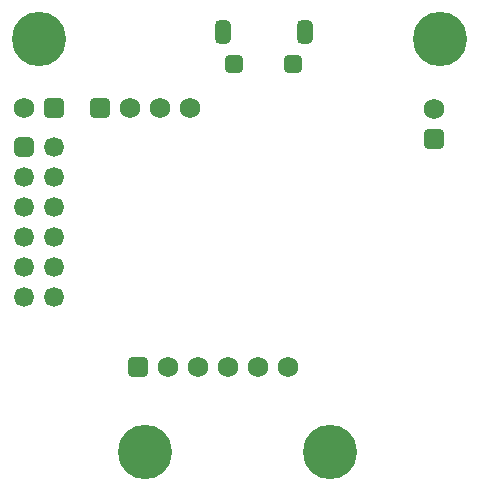
<source format=gbs>
G04*
G04 #@! TF.GenerationSoftware,Altium Limited,Altium Designer,21.9.2 (33)*
G04*
G04 Layer_Color=16711935*
%FSLAX44Y44*%
%MOMM*%
G71*
G04*
G04 #@! TF.SameCoordinates,1F5C1B73-E678-4566-9102-B3B9492829AA*
G04*
G04*
G04 #@! TF.FilePolarity,Negative*
G04*
G01*
G75*
%ADD59C,4.6000*%
G04:AMPARAMS|DCode=60|XSize=1.69mm|YSize=1.69mm|CornerRadius=0.4475mm|HoleSize=0mm|Usage=FLASHONLY|Rotation=270.000|XOffset=0mm|YOffset=0mm|HoleType=Round|Shape=RoundedRectangle|*
%AMROUNDEDRECTD60*
21,1,1.6900,0.7950,0,0,270.0*
21,1,0.7950,1.6900,0,0,270.0*
1,1,0.8950,-0.3975,-0.3975*
1,1,0.8950,-0.3975,0.3975*
1,1,0.8950,0.3975,0.3975*
1,1,0.8950,0.3975,-0.3975*
%
%ADD60ROUNDEDRECTD60*%
%ADD61C,1.6900*%
G04:AMPARAMS|DCode=62|XSize=1.75mm|YSize=1.75mm|CornerRadius=0.4625mm|HoleSize=0mm|Usage=FLASHONLY|Rotation=0.000|XOffset=0mm|YOffset=0mm|HoleType=Round|Shape=RoundedRectangle|*
%AMROUNDEDRECTD62*
21,1,1.7500,0.8250,0,0,0.0*
21,1,0.8250,1.7500,0,0,0.0*
1,1,0.9250,0.4125,-0.4125*
1,1,0.9250,-0.4125,-0.4125*
1,1,0.9250,-0.4125,0.4125*
1,1,0.9250,0.4125,0.4125*
%
%ADD62ROUNDEDRECTD62*%
%ADD63C,1.7500*%
G04:AMPARAMS|DCode=64|XSize=1.55mm|YSize=1.55mm|CornerRadius=0.4125mm|HoleSize=0mm|Usage=FLASHONLY|Rotation=180.000|XOffset=0mm|YOffset=0mm|HoleType=Round|Shape=RoundedRectangle|*
%AMROUNDEDRECTD64*
21,1,1.5500,0.7250,0,0,180.0*
21,1,0.7250,1.5500,0,0,180.0*
1,1,0.8250,-0.3625,0.3625*
1,1,0.8250,0.3625,0.3625*
1,1,0.8250,0.3625,-0.3625*
1,1,0.8250,-0.3625,-0.3625*
%
%ADD64ROUNDEDRECTD64*%
G04:AMPARAMS|DCode=65|XSize=1.3mm|YSize=2mm|CornerRadius=0.35mm|HoleSize=0mm|Usage=FLASHONLY|Rotation=180.000|XOffset=0mm|YOffset=0mm|HoleType=Round|Shape=RoundedRectangle|*
%AMROUNDEDRECTD65*
21,1,1.3000,1.3000,0,0,180.0*
21,1,0.6000,2.0000,0,0,180.0*
1,1,0.7000,-0.3000,0.6500*
1,1,0.7000,0.3000,0.6500*
1,1,0.7000,0.3000,-0.6500*
1,1,0.7000,-0.3000,-0.6500*
%
%ADD65ROUNDEDRECTD65*%
G04:AMPARAMS|DCode=66|XSize=1.75mm|YSize=1.75mm|CornerRadius=0.4625mm|HoleSize=0mm|Usage=FLASHONLY|Rotation=90.000|XOffset=0mm|YOffset=0mm|HoleType=Round|Shape=RoundedRectangle|*
%AMROUNDEDRECTD66*
21,1,1.7500,0.8250,0,0,90.0*
21,1,0.8250,1.7500,0,0,90.0*
1,1,0.9250,0.4125,0.4125*
1,1,0.9250,0.4125,-0.4125*
1,1,0.9250,-0.4125,-0.4125*
1,1,0.9250,-0.4125,0.4125*
%
%ADD66ROUNDEDRECTD66*%
D59*
X340000Y0D02*
D03*
X247000Y-350000D02*
D03*
X0Y0D02*
D03*
X90000Y-350000D02*
D03*
D60*
X-12100Y-91500D02*
D03*
D61*
X13300D02*
D03*
X-12100Y-116900D02*
D03*
X13300D02*
D03*
X-12100Y-142300D02*
D03*
X13300D02*
D03*
X-12100Y-167700D02*
D03*
X13300D02*
D03*
X-12100Y-193100D02*
D03*
X13300D02*
D03*
X-12100Y-218500D02*
D03*
X13300D02*
D03*
D62*
X52200Y-59000D02*
D03*
X13000Y-59000D02*
D03*
X83800Y-278250D02*
D03*
D63*
X77600Y-59000D02*
D03*
X103000D02*
D03*
X128400D02*
D03*
X-12400Y-59000D02*
D03*
X185400Y-278250D02*
D03*
X210800D02*
D03*
X109200D02*
D03*
X134600D02*
D03*
X160000D02*
D03*
X334750Y-59750D02*
D03*
D64*
X215750Y-21000D02*
D03*
X165750Y-21000D02*
D03*
D65*
X225750Y6000D02*
D03*
X155750D02*
D03*
D66*
X334750Y-85150D02*
D03*
M02*

</source>
